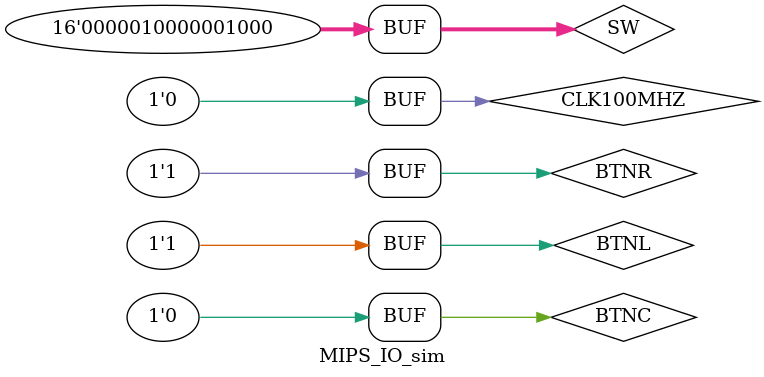
<source format=sv>
module MIPS_IO_sim();
    logic   CLK100MHZ, BTNC;
    logic   BTNL, BTNR;
    logic   [15:0] SW;
    logic   [6:0] A2G;
    logic   [7:0] AN;
    logic         DP;
    
    MIPS_Top top(.CLK100MHZ(CLK100MHZ),
                 .BTNC(BTNC),
                 .BTNL(BTNL),
                 .BTNR(BTNR),
                 .SW(SW),
                 .AN(AN),
                 .A2G(A2G),
                 .DP(DP));
    initial
    begin
        #0; BTNC <= 1;
        #2; BTNC <= 0;
        #2; BTNL <= 1; BTNR <= 1;
        #2; SW <= 16'b00000100_00001000;
    end
    
    always
    begin
        CLK100MHZ <= 1; # 5; CLK100MHZ <= 0; # 5;
    end
    
endmodule

</source>
